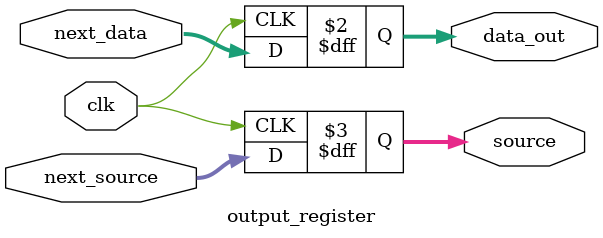
<source format=sv>
module priority_buffer (
    input  wire       clk,
    input  wire [7:0] data_a, data_b, data_c,
    input  wire       valid_a, valid_b, valid_c,
    output reg  [7:0] data_out,
    output reg  [1:0] source
);
    // 内部信号
    wire [2:0] valid_signals;
    wire [7:0] selected_data;
    wire [1:0] selected_source;
    
    // 将有效信号组合到一个总线
    signal_collector valid_collector (
        .valid_a(valid_a),
        .valid_b(valid_b),
        .valid_c(valid_c),
        .valid_bus(valid_signals)
    );
    
    // 优先级选择逻辑
    priority_selector selector (
        .valid_bus(valid_signals),
        .data_a(data_a),
        .data_b(data_b),
        .data_c(data_c),
        .current_data(data_out),
        .current_source(source),
        .next_data(selected_data),
        .next_source(selected_source)
    );
    
    // 输出寄存器模块
    output_register out_reg (
        .clk(clk),
        .next_data(selected_data),
        .next_source(selected_source),
        .data_out(data_out),
        .source(source)
    );
endmodule

// 有效信号收集模块
module signal_collector (
    input  wire       valid_a, valid_b, valid_c,
    output wire [2:0] valid_bus
);
    assign valid_bus = {valid_c, valid_b, valid_a};
endmodule

// 优先级选择器模块
module priority_selector (
    input  wire [2:0] valid_bus,
    input  wire [7:0] data_a, data_b, data_c,
    input  wire [7:0] current_data,
    input  wire [1:0] current_source,
    output reg  [7:0] next_data,
    output reg  [1:0] next_source
);
    // 优先级选择逻辑，根据有效信号进行选择
    always @(*) begin
        casez (valid_bus)
            3'b??1: begin // valid_a 有效
                next_data = data_a;
                next_source = 2'b00;
            end
            3'b?10: begin // valid_a 无效，valid_b 有效
                next_data = data_b;
                next_source = 2'b01;
            end
            3'b100: begin // valid_a 和 valid_b 无效，valid_c 有效
                next_data = data_c;
                next_source = 2'b10;
            end
            default: begin // 保持当前值
                next_data = current_data;
                next_source = current_source;
            end
        endcase
    end
endmodule

// 输出寄存器模块
module output_register (
    input  wire       clk,
    input  wire [7:0] next_data,
    input  wire [1:0] next_source,
    output reg  [7:0] data_out,
    output reg  [1:0] source
);
    // 时序逻辑，将选择的数据和源更新到输出寄存器
    always @(posedge clk) begin
        data_out <= next_data;
        source <= next_source;
    end
endmodule
</source>
